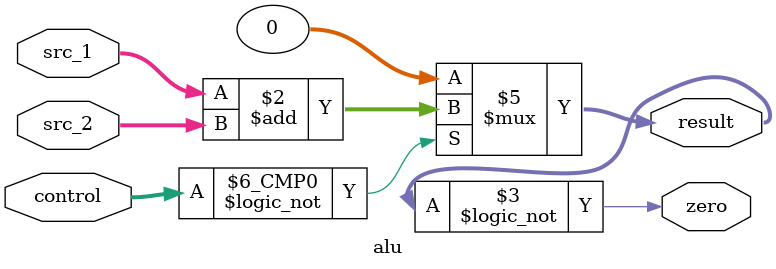
<source format=sv>

`timescale 1ns/100ps
`default_nettype none

module alu (
    input logic [31:0] src_1,
    input logic [31:0] src_2,
    input logic [2:0] control,

    output logic [31:0] result,

    // Flags

    output logic zero
);

always_comb begin
    case (control)
        3'b000: 
            result = src_1 + src_2;
        default: 
            result = 32'b0;

    endcase
end

assign zero = (result == 32'b0);

endmodule

`default_nettype wire
</source>
